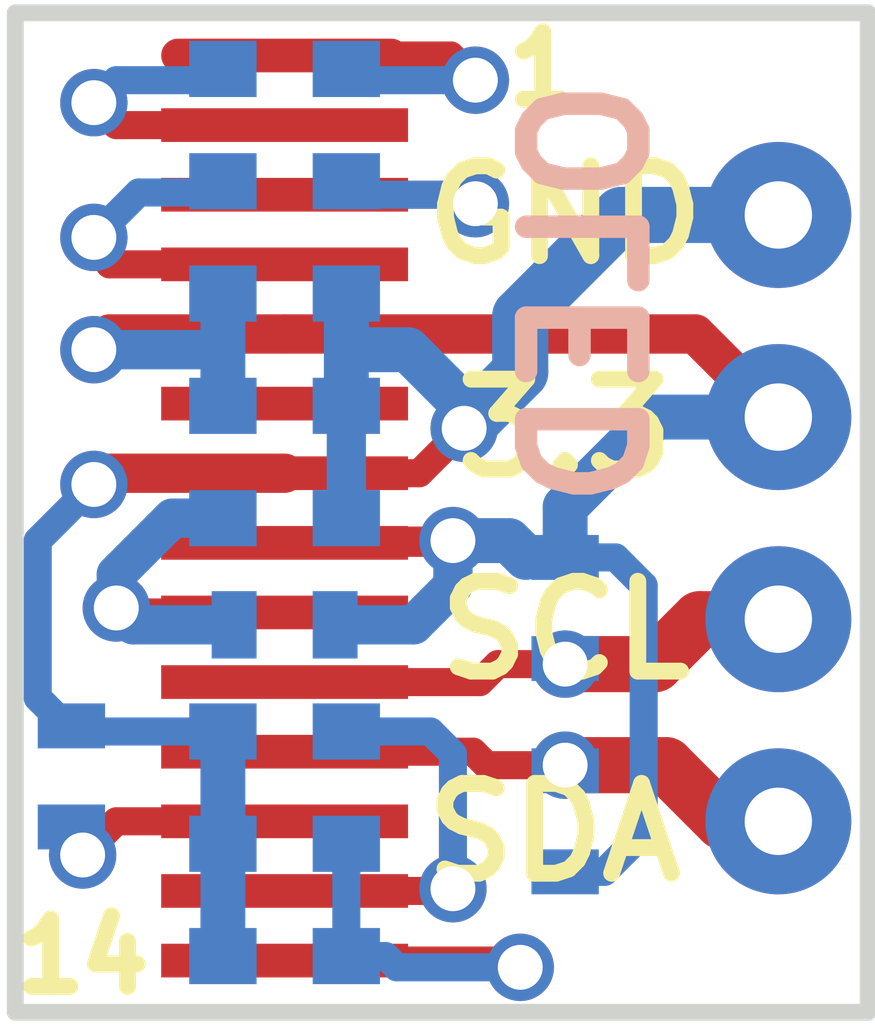
<source format=kicad_pcb>
(kicad_pcb (version 20171130) (host pcbnew "(5.1.9)-1")

  (general
    (thickness 0.8)
    (drawings 11)
    (tracks 113)
    (zones 0)
    (modules 14)
    (nets 14)
  )

  (page A4)
  (layers
    (0 F.Cu signal)
    (31 B.Cu signal)
    (32 B.Adhes user)
    (33 F.Adhes user)
    (34 B.Paste user)
    (35 F.Paste user)
    (36 B.SilkS user)
    (37 F.SilkS user)
    (38 B.Mask user)
    (39 F.Mask user)
    (40 Dwgs.User user)
    (41 Cmts.User user)
    (42 Eco1.User user)
    (43 Eco2.User user)
    (44 Edge.Cuts user)
    (45 Margin user)
    (46 B.CrtYd user)
    (47 F.CrtYd user)
    (48 B.Fab user)
    (49 F.Fab user)
  )

  (setup
    (last_trace_width 0.35)
    (user_trace_width 0.35)
    (user_trace_width 0.4)
    (user_trace_width 0.5)
    (trace_clearance 0.2)
    (zone_clearance 0.508)
    (zone_45_only no)
    (trace_min 0.2)
    (via_size 0.6)
    (via_drill 0.4)
    (via_min_size 0.4)
    (via_min_drill 0.3)
    (uvia_size 0.3)
    (uvia_drill 0.1)
    (uvias_allowed no)
    (uvia_min_size 0.2)
    (uvia_min_drill 0.1)
    (edge_width 0.15)
    (segment_width 0.2)
    (pcb_text_width 0.3)
    (pcb_text_size 1.5 1.5)
    (mod_edge_width 0.15)
    (mod_text_size 1 1)
    (mod_text_width 0.15)
    (pad_size 1.524 1.524)
    (pad_drill 0.762)
    (pad_to_mask_clearance 0.05)
    (aux_axis_origin 0 0)
    (visible_elements 7FFFFF7F)
    (pcbplotparams
      (layerselection 0x00030_80000001)
      (usegerberextensions false)
      (usegerberattributes true)
      (usegerberadvancedattributes true)
      (creategerberjobfile true)
      (excludeedgelayer true)
      (linewidth 0.100000)
      (plotframeref false)
      (viasonmask false)
      (mode 1)
      (useauxorigin false)
      (hpglpennumber 1)
      (hpglpenspeed 20)
      (hpglpendiameter 15.000000)
      (psnegative false)
      (psa4output false)
      (plotreference true)
      (plotvalue true)
      (plotinvisibletext false)
      (padsonsilk false)
      (subtractmaskfromsilk false)
      (outputformat 1)
      (mirror false)
      (drillshape 1)
      (scaleselection 1)
      (outputdirectory ""))
  )

  (net 0 "")
  (net 1 +3V3)
  (net 2 GND)
  (net 3 "Net-(C2-Pad1)")
  (net 4 "Net-(C4-Pad1)")
  (net 5 "Net-(C4-Pad2)")
  (net 6 "Net-(C5-Pad1)")
  (net 7 "Net-(C6-Pad1)")
  (net 8 "Net-(C6-Pad2)")
  (net 9 "Net-(J2-Pad12)")
  (net 10 "Net-(J2-Pad6)")
  (net 11 /RST)
  (net 12 /SDA)
  (net 13 /SCL)

  (net_class Default "This is the default net class."
    (clearance 0.2)
    (trace_width 0.25)
    (via_dia 0.6)
    (via_drill 0.4)
    (uvia_dia 0.3)
    (uvia_drill 0.1)
    (add_net +3V3)
    (add_net /RST)
    (add_net /SCL)
    (add_net /SDA)
    (add_net GND)
    (add_net "Net-(C2-Pad1)")
    (add_net "Net-(C4-Pad1)")
    (add_net "Net-(C4-Pad2)")
    (add_net "Net-(C5-Pad1)")
    (add_net "Net-(C6-Pad1)")
    (add_net "Net-(C6-Pad2)")
    (add_net "Net-(J2-Pad12)")
    (add_net "Net-(J2-Pad6)")
  )

  (module Capacitors_SMD:C_0402_NoSilk (layer B.Cu) (tedit 58AA8408) (tstamp 60F039C9)
    (at 170 104.6)
    (descr "Capacitor SMD 0402, reflow soldering, AVX (see smccp.pdf)")
    (tags "capacitor 0402")
    (path /60F057A7)
    (attr smd)
    (fp_text reference C8 (at 0 1.27) (layer B.SilkS) hide
      (effects (font (size 1 1) (thickness 0.15)) (justify mirror))
    )
    (fp_text value 1uf (at 0 -1.27) (layer B.Fab) hide
      (effects (font (size 1 1) (thickness 0.15)) (justify mirror))
    )
    (fp_line (start 1 -0.4) (end -1 -0.4) (layer B.CrtYd) (width 0.05))
    (fp_line (start 1 -0.4) (end 1 0.4) (layer B.CrtYd) (width 0.05))
    (fp_line (start -1 0.4) (end -1 -0.4) (layer B.CrtYd) (width 0.05))
    (fp_line (start -1 0.4) (end 1 0.4) (layer B.CrtYd) (width 0.05))
    (fp_line (start -0.5 0.25) (end 0.5 0.25) (layer B.Fab) (width 0.1))
    (fp_line (start 0.5 0.25) (end 0.5 -0.25) (layer B.Fab) (width 0.1))
    (fp_line (start 0.5 -0.25) (end -0.5 -0.25) (layer B.Fab) (width 0.1))
    (fp_line (start -0.5 -0.25) (end -0.5 0.25) (layer B.Fab) (width 0.1))
    (fp_text user %R (at 0 1.27) (layer B.Fab) hide
      (effects (font (size 1 1) (thickness 0.15)) (justify mirror))
    )
    (pad 1 smd rect (at -0.55 0) (size 0.6 0.5) (layers B.Cu B.Paste B.Mask)
      (net 11 /RST))
    (pad 2 smd rect (at 0.55 0) (size 0.6 0.5) (layers B.Cu B.Paste B.Mask)
      (net 2 GND))
    (model Capacitors_SMD.3dshapes/C_0402.wrl
      (at (xyz 0 0 0))
      (scale (xyz 1 1 1))
      (rotate (xyz 0 0 0))
    )
  )

  (module OLED_14pin (layer F.Cu) (tedit 59B292EC) (tstamp 59B28417)
    (at 170 104.2 270)
    (path /59B27B6E)
    (fp_text reference J2 (at 0.1 2.9 270) (layer F.SilkS) hide
      (effects (font (size 1 1) (thickness 0.15)))
    )
    (fp_text value OLED (at 0.3 4.6 270) (layer F.Fab) hide
      (effects (font (size 1 1) (thickness 0.15)))
    )
    (pad 14 smd rect (at 4.34 0 270) (size 0.3 2.2) (layers F.Cu F.Paste F.Mask)
      (net 6 "Net-(C5-Pad1)"))
    (pad 13 smd rect (at 3.72 0 270) (size 0.3 2.2) (layers F.Cu F.Paste F.Mask)
      (net 3 "Net-(C2-Pad1)"))
    (pad 12 smd rect (at 3.1 0 270) (size 0.3 2.2) (layers F.Cu F.Paste F.Mask)
      (net 9 "Net-(J2-Pad12)"))
    (pad 11 smd rect (at 2.48 0 270) (size 0.3 2.2) (layers F.Cu F.Paste F.Mask)
      (net 12 /SDA))
    (pad 10 smd rect (at 1.86 0 270) (size 0.3 2.2) (layers F.Cu F.Paste F.Mask)
      (net 13 /SCL))
    (pad 9 smd rect (at 1.24 0 270) (size 0.3 2.2) (layers F.Cu F.Paste F.Mask)
      (net 11 /RST))
    (pad 8 smd rect (at 0.62 0 270) (size 0.3 2.2) (layers F.Cu F.Paste F.Mask)
      (net 1 +3V3))
    (pad 1 smd oval (at -3.72 0 270) (size 0.3 2.2) (layers F.Cu F.Paste F.Mask)
      (net 7 "Net-(C6-Pad1)"))
    (pad 2 smd rect (at -3.1 0 270) (size 0.3 2.2) (layers F.Cu F.Paste F.Mask)
      (net 8 "Net-(C6-Pad2)"))
    (pad 3 smd rect (at -2.48 0 270) (size 0.3 2.2) (layers F.Cu F.Paste F.Mask)
      (net 4 "Net-(C4-Pad1)"))
    (pad 4 smd rect (at -1.86 0 270) (size 0.3 2.2) (layers F.Cu F.Paste F.Mask)
      (net 5 "Net-(C4-Pad2)"))
    (pad 5 smd rect (at -1.24 0 270) (size 0.3 2.2) (layers F.Cu F.Paste F.Mask)
      (net 1 +3V3))
    (pad 6 smd rect (at -0.62 0 270) (size 0.3 2.2) (layers F.Cu F.Paste F.Mask)
      (net 10 "Net-(J2-Pad6)"))
    (pad 7 smd rect (at 0 0 270) (size 0.3 2.2) (layers F.Cu F.Paste F.Mask)
      (net 2 GND))
  )

  (module conn_4pin_TH_1.8mm (layer F.Cu) (tedit 59B28CAB) (tstamp 59B28C52)
    (at 174.4 104.6 270)
    (path /59B288FC)
    (fp_text reference J1 (at 0 -3.175 270) (layer F.SilkS) hide
      (effects (font (size 1 1) (thickness 0.15)))
    )
    (fp_text value INT (at -0.635 3.175 270) (layer F.Fab) hide
      (effects (font (size 1 1) (thickness 0.15)))
    )
    (pad 4 thru_hole circle (at 2.7 0 270) (size 1.3 1.3) (drill 0.6) (layers *.Cu *.Mask)
      (net 12 /SDA))
    (pad 1 thru_hole circle (at -2.7 0 270) (size 1.3 1.3) (drill 0.6) (layers *.Cu *.Mask)
      (net 2 GND))
    (pad 3 thru_hole circle (at 0.9 0 270) (size 1.3 1.3) (drill 0.6) (layers *.Cu *.Mask)
      (net 13 /SCL))
    (pad 2 thru_hole circle (at -0.9 0 270) (size 1.3 1.3) (drill 0.6) (layers *.Cu *.Mask)
      (net 1 +3V3))
  )

  (module Capacitors_SMD:C_0402_NoSilk (layer B.Cu) (tedit 59B283C8) (tstamp 59B283AB)
    (at 170 103.6)
    (descr "Capacitor SMD 0402, reflow soldering, AVX (see smccp.pdf)")
    (tags "capacitor 0402")
    (path /59B27E98)
    (attr smd)
    (fp_text reference C1 (at 0 1.27) (layer B.SilkS) hide
      (effects (font (size 1 1) (thickness 0.15)) (justify mirror))
    )
    (fp_text value 100n (at 0 -1.27) (layer B.Fab) hide
      (effects (font (size 1 1) (thickness 0.15)) (justify mirror))
    )
    (fp_line (start 1 -0.4) (end -1 -0.4) (layer B.CrtYd) (width 0.05))
    (fp_line (start 1 -0.4) (end 1 0.4) (layer B.CrtYd) (width 0.05))
    (fp_line (start -1 0.4) (end -1 -0.4) (layer B.CrtYd) (width 0.05))
    (fp_line (start -1 0.4) (end 1 0.4) (layer B.CrtYd) (width 0.05))
    (fp_line (start -0.5 0.25) (end 0.5 0.25) (layer B.Fab) (width 0.1))
    (fp_line (start 0.5 0.25) (end 0.5 -0.25) (layer B.Fab) (width 0.1))
    (fp_line (start 0.5 -0.25) (end -0.5 -0.25) (layer B.Fab) (width 0.1))
    (fp_line (start -0.5 -0.25) (end -0.5 0.25) (layer B.Fab) (width 0.1))
    (fp_text user %R (at 0 1.27) (layer B.Fab) hide
      (effects (font (size 1 1) (thickness 0.15)) (justify mirror))
    )
    (pad 1 smd rect (at -0.55 0) (size 0.6 0.5) (layers B.Cu B.Paste B.Mask)
      (net 1 +3V3))
    (pad 2 smd rect (at 0.55 0) (size 0.6 0.5) (layers B.Cu B.Paste B.Mask)
      (net 2 GND))
    (model Capacitors_SMD.3dshapes/C_0402.wrl
      (at (xyz 0 0 0))
      (scale (xyz 1 1 1))
      (rotate (xyz 0 0 0))
    )
  )

  (module Capacitors_SMD:C_0402_NoSilk (layer B.Cu) (tedit 59B283C5) (tstamp 59B283BA)
    (at 170 106.5 180)
    (descr "Capacitor SMD 0402, reflow soldering, AVX (see smccp.pdf)")
    (tags "capacitor 0402")
    (path /59B27F69)
    (attr smd)
    (fp_text reference C2 (at 0 1.27 180) (layer B.SilkS) hide
      (effects (font (size 1 1) (thickness 0.15)) (justify mirror))
    )
    (fp_text value 2.2uf (at 0 -1.27 180) (layer B.Fab) hide
      (effects (font (size 1 1) (thickness 0.15)) (justify mirror))
    )
    (fp_line (start 1 -0.4) (end -1 -0.4) (layer B.CrtYd) (width 0.05))
    (fp_line (start 1 -0.4) (end 1 0.4) (layer B.CrtYd) (width 0.05))
    (fp_line (start -1 0.4) (end -1 -0.4) (layer B.CrtYd) (width 0.05))
    (fp_line (start -1 0.4) (end 1 0.4) (layer B.CrtYd) (width 0.05))
    (fp_line (start -0.5 0.25) (end 0.5 0.25) (layer B.Fab) (width 0.1))
    (fp_line (start 0.5 0.25) (end 0.5 -0.25) (layer B.Fab) (width 0.1))
    (fp_line (start 0.5 -0.25) (end -0.5 -0.25) (layer B.Fab) (width 0.1))
    (fp_line (start -0.5 -0.25) (end -0.5 0.25) (layer B.Fab) (width 0.1))
    (fp_text user %R (at 0 1.27 180) (layer B.Fab) hide
      (effects (font (size 1 1) (thickness 0.15)) (justify mirror))
    )
    (pad 1 smd rect (at -0.55 0 180) (size 0.6 0.5) (layers B.Cu B.Paste B.Mask)
      (net 3 "Net-(C2-Pad1)"))
    (pad 2 smd rect (at 0.55 0 180) (size 0.6 0.5) (layers B.Cu B.Paste B.Mask)
      (net 2 GND))
    (model Capacitors_SMD.3dshapes/C_0402.wrl
      (at (xyz 0 0 0))
      (scale (xyz 1 1 1))
      (rotate (xyz 0 0 0))
    )
  )

  (module Capacitors_SMD:C_0402_NoSilk (layer B.Cu) (tedit 59B283C2) (tstamp 59B283C9)
    (at 170 102.6)
    (descr "Capacitor SMD 0402, reflow soldering, AVX (see smccp.pdf)")
    (tags "capacitor 0402")
    (path /59B27E5A)
    (attr smd)
    (fp_text reference C3 (at 0 1.27) (layer B.SilkS) hide
      (effects (font (size 1 1) (thickness 0.15)) (justify mirror))
    )
    (fp_text value 4.7uf (at 0 -1.27) (layer B.Fab) hide
      (effects (font (size 1 1) (thickness 0.15)) (justify mirror))
    )
    (fp_line (start 1 -0.4) (end -1 -0.4) (layer B.CrtYd) (width 0.05))
    (fp_line (start 1 -0.4) (end 1 0.4) (layer B.CrtYd) (width 0.05))
    (fp_line (start -1 0.4) (end -1 -0.4) (layer B.CrtYd) (width 0.05))
    (fp_line (start -1 0.4) (end 1 0.4) (layer B.CrtYd) (width 0.05))
    (fp_line (start -0.5 0.25) (end 0.5 0.25) (layer B.Fab) (width 0.1))
    (fp_line (start 0.5 0.25) (end 0.5 -0.25) (layer B.Fab) (width 0.1))
    (fp_line (start 0.5 -0.25) (end -0.5 -0.25) (layer B.Fab) (width 0.1))
    (fp_line (start -0.5 -0.25) (end -0.5 0.25) (layer B.Fab) (width 0.1))
    (fp_text user %R (at 0 1.27) (layer B.Fab) hide
      (effects (font (size 1 1) (thickness 0.15)) (justify mirror))
    )
    (pad 1 smd rect (at -0.55 0) (size 0.6 0.5) (layers B.Cu B.Paste B.Mask)
      (net 1 +3V3))
    (pad 2 smd rect (at 0.55 0) (size 0.6 0.5) (layers B.Cu B.Paste B.Mask)
      (net 2 GND))
    (model Capacitors_SMD.3dshapes/C_0402.wrl
      (at (xyz 0 0 0))
      (scale (xyz 1 1 1))
      (rotate (xyz 0 0 0))
    )
  )

  (module Capacitors_SMD:C_0402_NoSilk (layer B.Cu) (tedit 59B28339) (tstamp 59B283D8)
    (at 170 101.6 180)
    (descr "Capacitor SMD 0402, reflow soldering, AVX (see smccp.pdf)")
    (tags "capacitor 0402")
    (path /59B27DF9)
    (attr smd)
    (fp_text reference C4 (at 0 1.27 180) (layer B.SilkS) hide
      (effects (font (size 1 1) (thickness 0.15)) (justify mirror))
    )
    (fp_text value 1uf (at 0 -1.27 180) (layer B.Fab) hide
      (effects (font (size 1 1) (thickness 0.15)) (justify mirror))
    )
    (fp_line (start 1 -0.4) (end -1 -0.4) (layer B.CrtYd) (width 0.05))
    (fp_line (start 1 -0.4) (end 1 0.4) (layer B.CrtYd) (width 0.05))
    (fp_line (start -1 0.4) (end -1 -0.4) (layer B.CrtYd) (width 0.05))
    (fp_line (start -1 0.4) (end 1 0.4) (layer B.CrtYd) (width 0.05))
    (fp_line (start -0.5 0.25) (end 0.5 0.25) (layer B.Fab) (width 0.1))
    (fp_line (start 0.5 0.25) (end 0.5 -0.25) (layer B.Fab) (width 0.1))
    (fp_line (start 0.5 -0.25) (end -0.5 -0.25) (layer B.Fab) (width 0.1))
    (fp_line (start -0.5 -0.25) (end -0.5 0.25) (layer B.Fab) (width 0.1))
    (fp_text user %R (at 0 1.27 180) (layer B.Fab) hide
      (effects (font (size 1 1) (thickness 0.15)) (justify mirror))
    )
    (pad 1 smd rect (at -0.55 0 180) (size 0.6 0.5) (layers B.Cu B.Paste B.Mask)
      (net 4 "Net-(C4-Pad1)"))
    (pad 2 smd rect (at 0.55 0 180) (size 0.6 0.5) (layers B.Cu B.Paste B.Mask)
      (net 5 "Net-(C4-Pad2)"))
    (model Capacitors_SMD.3dshapes/C_0402.wrl
      (at (xyz 0 0 0))
      (scale (xyz 1 1 1))
      (rotate (xyz 0 0 0))
    )
  )

  (module Capacitors_SMD:C_0402_NoSilk (layer B.Cu) (tedit 59B2839B) (tstamp 59B283E7)
    (at 170 107.5 180)
    (descr "Capacitor SMD 0402, reflow soldering, AVX (see smccp.pdf)")
    (tags "capacitor 0402")
    (path /59B28031)
    (attr smd)
    (fp_text reference C5 (at 0 1.27 180) (layer B.SilkS) hide
      (effects (font (size 1 1) (thickness 0.15)) (justify mirror))
    )
    (fp_text value 4.7uf (at 0 -1.27 180) (layer B.Fab) hide
      (effects (font (size 1 1) (thickness 0.15)) (justify mirror))
    )
    (fp_line (start 1 -0.4) (end -1 -0.4) (layer B.CrtYd) (width 0.05))
    (fp_line (start 1 -0.4) (end 1 0.4) (layer B.CrtYd) (width 0.05))
    (fp_line (start -1 0.4) (end -1 -0.4) (layer B.CrtYd) (width 0.05))
    (fp_line (start -1 0.4) (end 1 0.4) (layer B.CrtYd) (width 0.05))
    (fp_line (start -0.5 0.25) (end 0.5 0.25) (layer B.Fab) (width 0.1))
    (fp_line (start 0.5 0.25) (end 0.5 -0.25) (layer B.Fab) (width 0.1))
    (fp_line (start 0.5 -0.25) (end -0.5 -0.25) (layer B.Fab) (width 0.1))
    (fp_line (start -0.5 -0.25) (end -0.5 0.25) (layer B.Fab) (width 0.1))
    (fp_text user %R (at 0 1.27 180) (layer B.Fab) hide
      (effects (font (size 1 1) (thickness 0.15)) (justify mirror))
    )
    (pad 1 smd rect (at -0.55 0 180) (size 0.6 0.5) (layers B.Cu B.Paste B.Mask)
      (net 6 "Net-(C5-Pad1)"))
    (pad 2 smd rect (at 0.55 0 180) (size 0.6 0.5) (layers B.Cu B.Paste B.Mask)
      (net 2 GND))
    (model Capacitors_SMD.3dshapes/C_0402.wrl
      (at (xyz 0 0 0))
      (scale (xyz 1 1 1))
      (rotate (xyz 0 0 0))
    )
  )

  (module Capacitors_SMD:C_0402_NoSilk (layer B.Cu) (tedit 59B283BF) (tstamp 59B283F6)
    (at 170 100.6 180)
    (descr "Capacitor SMD 0402, reflow soldering, AVX (see smccp.pdf)")
    (tags "capacitor 0402")
    (path /59B27D86)
    (attr smd)
    (fp_text reference C6 (at 0 1.27 180) (layer B.SilkS) hide
      (effects (font (size 1 1) (thickness 0.15)) (justify mirror))
    )
    (fp_text value 1uf (at 0 -1.27 180) (layer B.Fab) hide
      (effects (font (size 1 1) (thickness 0.15)) (justify mirror))
    )
    (fp_line (start 1 -0.4) (end -1 -0.4) (layer B.CrtYd) (width 0.05))
    (fp_line (start 1 -0.4) (end 1 0.4) (layer B.CrtYd) (width 0.05))
    (fp_line (start -1 0.4) (end -1 -0.4) (layer B.CrtYd) (width 0.05))
    (fp_line (start -1 0.4) (end 1 0.4) (layer B.CrtYd) (width 0.05))
    (fp_line (start -0.5 0.25) (end 0.5 0.25) (layer B.Fab) (width 0.1))
    (fp_line (start 0.5 0.25) (end 0.5 -0.25) (layer B.Fab) (width 0.1))
    (fp_line (start 0.5 -0.25) (end -0.5 -0.25) (layer B.Fab) (width 0.1))
    (fp_line (start -0.5 -0.25) (end -0.5 0.25) (layer B.Fab) (width 0.1))
    (fp_text user %R (at 0 1.27 180) (layer B.Fab) hide
      (effects (font (size 1 1) (thickness 0.15)) (justify mirror))
    )
    (pad 1 smd rect (at -0.55 0 180) (size 0.6 0.5) (layers B.Cu B.Paste B.Mask)
      (net 7 "Net-(C6-Pad1)"))
    (pad 2 smd rect (at 0.55 0 180) (size 0.6 0.5) (layers B.Cu B.Paste B.Mask)
      (net 8 "Net-(C6-Pad2)"))
    (model Capacitors_SMD.3dshapes/C_0402.wrl
      (at (xyz 0 0 0))
      (scale (xyz 1 1 1))
      (rotate (xyz 0 0 0))
    )
  )

  (module Capacitors_SMD:C_0402_NoSilk (layer B.Cu) (tedit 59B283B0) (tstamp 59B28405)
    (at 170 108.5 180)
    (descr "Capacitor SMD 0402, reflow soldering, AVX (see smccp.pdf)")
    (tags "capacitor 0402")
    (path /59B2842B)
    (attr smd)
    (fp_text reference C7 (at 0 1.27 180) (layer B.SilkS) hide
      (effects (font (size 1 1) (thickness 0.15)) (justify mirror))
    )
    (fp_text value 100n (at 0 -1.27 180) (layer B.Fab) hide
      (effects (font (size 1 1) (thickness 0.15)) (justify mirror))
    )
    (fp_line (start 1 -0.4) (end -1 -0.4) (layer B.CrtYd) (width 0.05))
    (fp_line (start 1 -0.4) (end 1 0.4) (layer B.CrtYd) (width 0.05))
    (fp_line (start -1 0.4) (end -1 -0.4) (layer B.CrtYd) (width 0.05))
    (fp_line (start -1 0.4) (end 1 0.4) (layer B.CrtYd) (width 0.05))
    (fp_line (start -0.5 0.25) (end 0.5 0.25) (layer B.Fab) (width 0.1))
    (fp_line (start 0.5 0.25) (end 0.5 -0.25) (layer B.Fab) (width 0.1))
    (fp_line (start 0.5 -0.25) (end -0.5 -0.25) (layer B.Fab) (width 0.1))
    (fp_line (start -0.5 -0.25) (end -0.5 0.25) (layer B.Fab) (width 0.1))
    (fp_text user %R (at 0 1.27 180) (layer B.Fab) hide
      (effects (font (size 1 1) (thickness 0.15)) (justify mirror))
    )
    (pad 1 smd rect (at -0.55 0 180) (size 0.6 0.5) (layers B.Cu B.Paste B.Mask)
      (net 6 "Net-(C5-Pad1)"))
    (pad 2 smd rect (at 0.55 0 180) (size 0.6 0.5) (layers B.Cu B.Paste B.Mask)
      (net 2 GND))
    (model Capacitors_SMD.3dshapes/C_0402.wrl
      (at (xyz 0 0 0))
      (scale (xyz 1 1 1))
      (rotate (xyz 0 0 0))
    )
  )

  (module Resistors_SMD:R_0402_NoSilk (layer B.Cu) (tedit 59B283B6) (tstamp 59B28426)
    (at 172.5 105.4 90)
    (descr "Resistor SMD 0402, reflow soldering, Vishay (see dcrcw.pdf)")
    (tags "resistor 0402")
    (path /59B28986)
    (attr smd)
    (fp_text reference R1 (at 0 1.2 90) (layer B.SilkS) hide
      (effects (font (size 1 1) (thickness 0.15)) (justify mirror))
    )
    (fp_text value 4K7 (at 0 -1.25 90) (layer B.Fab) hide
      (effects (font (size 1 1) (thickness 0.15)) (justify mirror))
    )
    (fp_line (start 0.8 -0.45) (end -0.8 -0.45) (layer B.CrtYd) (width 0.05))
    (fp_line (start 0.8 -0.45) (end 0.8 0.45) (layer B.CrtYd) (width 0.05))
    (fp_line (start -0.8 0.45) (end -0.8 -0.45) (layer B.CrtYd) (width 0.05))
    (fp_line (start -0.8 0.45) (end 0.8 0.45) (layer B.CrtYd) (width 0.05))
    (fp_line (start -0.5 0.25) (end 0.5 0.25) (layer B.Fab) (width 0.1))
    (fp_line (start 0.5 0.25) (end 0.5 -0.25) (layer B.Fab) (width 0.1))
    (fp_line (start 0.5 -0.25) (end -0.5 -0.25) (layer B.Fab) (width 0.1))
    (fp_line (start -0.5 -0.25) (end -0.5 0.25) (layer B.Fab) (width 0.1))
    (fp_text user %R (at 0 1.2 90) (layer B.Fab) hide
      (effects (font (size 1 1) (thickness 0.15)) (justify mirror))
    )
    (pad 1 smd rect (at -0.45 0 90) (size 0.4 0.6) (layers B.Cu B.Paste B.Mask)
      (net 13 /SCL))
    (pad 2 smd rect (at 0.45 0 90) (size 0.4 0.6) (layers B.Cu B.Paste B.Mask)
      (net 1 +3V3))
    (model ${KISYS3DMOD}/Resistors_SMD.3dshapes/R_0402.wrl
      (at (xyz 0 0 0))
      (scale (xyz 1 1 1))
      (rotate (xyz 0 0 0))
    )
  )

  (module Resistors_SMD:R_0402_NoSilk (layer B.Cu) (tedit 59B2838E) (tstamp 59B28435)
    (at 172.5 107.3 270)
    (descr "Resistor SMD 0402, reflow soldering, Vishay (see dcrcw.pdf)")
    (tags "resistor 0402")
    (path /59B289E6)
    (attr smd)
    (fp_text reference R2 (at 0 1.2 270) (layer B.SilkS) hide
      (effects (font (size 1 1) (thickness 0.15)) (justify mirror))
    )
    (fp_text value 4K7 (at 0 -1.25 270) (layer B.Fab) hide
      (effects (font (size 1 1) (thickness 0.15)) (justify mirror))
    )
    (fp_line (start 0.8 -0.45) (end -0.8 -0.45) (layer B.CrtYd) (width 0.05))
    (fp_line (start 0.8 -0.45) (end 0.8 0.45) (layer B.CrtYd) (width 0.05))
    (fp_line (start -0.8 0.45) (end -0.8 -0.45) (layer B.CrtYd) (width 0.05))
    (fp_line (start -0.8 0.45) (end 0.8 0.45) (layer B.CrtYd) (width 0.05))
    (fp_line (start -0.5 0.25) (end 0.5 0.25) (layer B.Fab) (width 0.1))
    (fp_line (start 0.5 0.25) (end 0.5 -0.25) (layer B.Fab) (width 0.1))
    (fp_line (start 0.5 -0.25) (end -0.5 -0.25) (layer B.Fab) (width 0.1))
    (fp_line (start -0.5 -0.25) (end -0.5 0.25) (layer B.Fab) (width 0.1))
    (fp_text user %R (at 0 1.2 270) (layer B.Fab) hide
      (effects (font (size 1 1) (thickness 0.15)) (justify mirror))
    )
    (pad 1 smd rect (at -0.45 0 270) (size 0.4 0.6) (layers B.Cu B.Paste B.Mask)
      (net 12 /SDA))
    (pad 2 smd rect (at 0.45 0 270) (size 0.4 0.6) (layers B.Cu B.Paste B.Mask)
      (net 1 +3V3))
    (model ${KISYS3DMOD}/Resistors_SMD.3dshapes/R_0402.wrl
      (at (xyz 0 0 0))
      (scale (xyz 1 1 1))
      (rotate (xyz 0 0 0))
    )
  )

  (module Resistors_SMD:R_0402_NoSilk (layer B.Cu) (tedit 59B283B9) (tstamp 59B28444)
    (at 168.1 106.9 90)
    (descr "Resistor SMD 0402, reflow soldering, Vishay (see dcrcw.pdf)")
    (tags "resistor 0402")
    (path /59B280C1)
    (attr smd)
    (fp_text reference R3 (at 0 1.2 90) (layer B.SilkS) hide
      (effects (font (size 1 1) (thickness 0.15)) (justify mirror))
    )
    (fp_text value 820K (at 0 -1.25 90) (layer B.Fab) hide
      (effects (font (size 1 1) (thickness 0.15)) (justify mirror))
    )
    (fp_line (start 0.8 -0.45) (end -0.8 -0.45) (layer B.CrtYd) (width 0.05))
    (fp_line (start 0.8 -0.45) (end 0.8 0.45) (layer B.CrtYd) (width 0.05))
    (fp_line (start -0.8 0.45) (end -0.8 -0.45) (layer B.CrtYd) (width 0.05))
    (fp_line (start -0.8 0.45) (end 0.8 0.45) (layer B.CrtYd) (width 0.05))
    (fp_line (start -0.5 0.25) (end 0.5 0.25) (layer B.Fab) (width 0.1))
    (fp_line (start 0.5 0.25) (end 0.5 -0.25) (layer B.Fab) (width 0.1))
    (fp_line (start 0.5 -0.25) (end -0.5 -0.25) (layer B.Fab) (width 0.1))
    (fp_line (start -0.5 -0.25) (end -0.5 0.25) (layer B.Fab) (width 0.1))
    (fp_text user %R (at 0 1.2 90) (layer B.Fab) hide
      (effects (font (size 1 1) (thickness 0.15)) (justify mirror))
    )
    (pad 1 smd rect (at -0.45 0 90) (size 0.4 0.6) (layers B.Cu B.Paste B.Mask)
      (net 9 "Net-(J2-Pad12)"))
    (pad 2 smd rect (at 0.45 0 90) (size 0.4 0.6) (layers B.Cu B.Paste B.Mask)
      (net 2 GND))
    (model ${KISYS3DMOD}/Resistors_SMD.3dshapes/R_0402.wrl
      (at (xyz 0 0 0))
      (scale (xyz 1 1 1))
      (rotate (xyz 0 0 0))
    )
  )

  (module Resistors_SMD:R_0402_NoSilk (layer B.Cu) (tedit 59B283BD) (tstamp 59B28453)
    (at 170 105.55)
    (descr "Resistor SMD 0402, reflow soldering, Vishay (see dcrcw.pdf)")
    (tags "resistor 0402")
    (path /59B28675)
    (attr smd)
    (fp_text reference R4 (at 0 1.2) (layer B.SilkS) hide
      (effects (font (size 1 1) (thickness 0.15)) (justify mirror))
    )
    (fp_text value 4K7 (at 0 -1.25) (layer B.Fab) hide
      (effects (font (size 1 1) (thickness 0.15)) (justify mirror))
    )
    (fp_line (start 0.8 -0.45) (end -0.8 -0.45) (layer B.CrtYd) (width 0.05))
    (fp_line (start 0.8 -0.45) (end 0.8 0.45) (layer B.CrtYd) (width 0.05))
    (fp_line (start -0.8 0.45) (end -0.8 -0.45) (layer B.CrtYd) (width 0.05))
    (fp_line (start -0.8 0.45) (end 0.8 0.45) (layer B.CrtYd) (width 0.05))
    (fp_line (start -0.5 0.25) (end 0.5 0.25) (layer B.Fab) (width 0.1))
    (fp_line (start 0.5 0.25) (end 0.5 -0.25) (layer B.Fab) (width 0.1))
    (fp_line (start 0.5 -0.25) (end -0.5 -0.25) (layer B.Fab) (width 0.1))
    (fp_line (start -0.5 -0.25) (end -0.5 0.25) (layer B.Fab) (width 0.1))
    (fp_text user %R (at 0 1.2) (layer B.Fab) hide
      (effects (font (size 1 1) (thickness 0.15)) (justify mirror))
    )
    (pad 1 smd rect (at -0.45 0) (size 0.4 0.6) (layers B.Cu B.Paste B.Mask)
      (net 11 /RST))
    (pad 2 smd rect (at 0.45 0) (size 0.4 0.6) (layers B.Cu B.Paste B.Mask)
      (net 1 +3V3))
    (model ${KISYS3DMOD}/Resistors_SMD.3dshapes/R_0402.wrl
      (at (xyz 0 0 0))
      (scale (xyz 1 1 1))
      (rotate (xyz 0 0 0))
    )
  )

  (gr_text OLED (at 172.7 102.6 90) (layer B.SilkS)
    (effects (font (size 1 1) (thickness 0.2)) (justify mirror))
  )
  (gr_line (start 167.6 100.1) (end 167.6 109) (angle 90) (layer Edge.Cuts) (width 0.15))
  (gr_line (start 175.2 109) (end 175.2 100.1) (angle 90) (layer Edge.Cuts) (width 0.15))
  (gr_text 14 (at 168.2 108.5) (layer F.SilkS)
    (effects (font (size 0.6 0.6) (thickness 0.15)))
  )
  (gr_text 1 (at 172.3 100.6) (layer F.SilkS)
    (effects (font (size 0.6 0.6) (thickness 0.15)))
  )
  (gr_text SDA (at 172.4 107.4) (layer F.SilkS)
    (effects (font (size 0.8 0.8) (thickness 0.15)))
  )
  (gr_text SCL (at 172.5 105.6) (layer F.SilkS) (tstamp 60F03E28)
    (effects (font (size 0.8 0.8) (thickness 0.15)))
  )
  (gr_text "3.3\n" (at 172.5 103.8) (layer F.SilkS)
    (effects (font (size 0.8 0.8) (thickness 0.15)))
  )
  (gr_text "GND\n" (at 172.5 101.9) (layer F.SilkS)
    (effects (font (size 0.8 0.8) (thickness 0.15)))
  )
  (gr_line (start 167.6 109) (end 175.2 109) (angle 90) (layer Edge.Cuts) (width 0.15))
  (gr_line (start 167.6 100.1) (end 175.2 100.1) (angle 90) (layer Edge.Cuts) (width 0.15))

  (segment (start 172.5 104.5) (end 172.5 104.95) (width 0.4) (layer B.Cu) (net 1) (tstamp 59B28DCB) (status 20))
  (segment (start 172.5 104.95) (end 172.15 104.95) (width 0.25) (layer B.Cu) (net 1))
  (segment (start 172.15 104.95) (end 172 104.8) (width 0.4) (layer B.Cu) (net 1) (tstamp 59B29104))
  (segment (start 172 104.8) (end 171.5 104.8) (width 0.4) (layer B.Cu) (net 1) (tstamp 59B29105))
  (segment (start 171.5 104.8) (end 170.02 104.8) (width 0.25) (layer F.Cu) (net 1))
  (segment (start 170.02 104.8) (end 170 104.82) (width 0.25) (layer F.Cu) (net 1) (tstamp 59B290C1))
  (segment (start 170 102.96) (end 168.44 102.96) (width 0.35) (layer F.Cu) (net 1))
  (segment (start 168.3 103.1) (end 169.45 103.1) (width 0.35) (layer B.Cu) (net 1) (tstamp 59B290B2))
  (via (at 168.3 103.1) (size 0.6) (drill 0.4) (layers F.Cu B.Cu) (net 1))
  (segment (start 168.44 102.96) (end 168.3 103.1) (width 0.35) (layer F.Cu) (net 1) (tstamp 59B290AB))
  (segment (start 174.4 103.7) (end 173.3 103.7) (width 0.4) (layer B.Cu) (net 1))
  (segment (start 173.3 103.7) (end 172.5 104.5) (width 0.4) (layer B.Cu) (net 1) (tstamp 59B28DC8))
  (segment (start 172.5 107.75) (end 172.85 107.75) (width 0.25) (layer B.Cu) (net 1))
  (segment (start 172.85 107.75) (end 173.2 107.4) (width 0.25) (layer B.Cu) (net 1) (tstamp 59B28BEE))
  (segment (start 173.2 107.4) (end 173.2 105.2) (width 0.25) (layer B.Cu) (net 1) (tstamp 59B28BEF))
  (segment (start 173.2 105.2) (end 172.95 104.95) (width 0.25) (layer B.Cu) (net 1) (tstamp 59B28BF0))
  (segment (start 172.95 104.95) (end 172.15 104.95) (width 0.25) (layer B.Cu) (net 1) (tstamp 59B28BF1))
  (segment (start 172 104.8) (end 171.5 104.8) (width 0.25) (layer B.Cu) (net 1) (tstamp 59B28BF3))
  (segment (start 172.15 104.95) (end 172 104.8) (width 0.25) (layer B.Cu) (net 1) (tstamp 59B28BF2))
  (segment (start 170 104.82) (end 171.48 104.82) (width 0.25) (layer F.Cu) (net 1))
  (via (at 171.5 104.8) (size 0.6) (drill 0.4) (layers F.Cu B.Cu) (net 1))
  (segment (start 171.48 104.82) (end 171.5 104.8) (width 0.25) (layer F.Cu) (net 1) (tstamp 59B28AB6))
  (segment (start 169.45 102.7) (end 169.45 103.6) (width 0.4) (layer B.Cu) (net 1))
  (segment (start 173.66 102.96) (end 174.4 103.7) (width 0.35) (layer F.Cu) (net 1))
  (segment (start 170 102.96) (end 173.66 102.96) (width 0.35) (layer F.Cu) (net 1))
  (segment (start 170.45 105.55) (end 171.15 105.55) (width 0.35) (layer B.Cu) (net 1))
  (segment (start 171.5 105.2) (end 171.5 104.8) (width 0.35) (layer B.Cu) (net 1))
  (segment (start 171.15 105.55) (end 171.5 105.2) (width 0.35) (layer B.Cu) (net 1))
  (segment (start 174.4 101.9) (end 173 101.9) (width 0.5) (layer B.Cu) (net 2))
  (segment (start 172.1 103.3) (end 171.6 103.8) (width 0.5) (layer B.Cu) (net 2) (tstamp 59B28DC2))
  (segment (start 172.1 102.8) (end 172.1 103.3) (width 0.5) (layer B.Cu) (net 2) (tstamp 59B28DC1))
  (segment (start 173 101.9) (end 172.1 102.8) (width 0.5) (layer B.Cu) (net 2) (tstamp 59B28DBA))
  (segment (start 168.1 106.45) (end 168.05 106.45) (width 0.25) (layer B.Cu) (net 2))
  (segment (start 168.05 106.45) (end 167.8 106.2) (width 0.25) (layer B.Cu) (net 2) (tstamp 59B28B82))
  (segment (start 167.8 106.2) (end 167.8 104.8) (width 0.25) (layer B.Cu) (net 2) (tstamp 59B28B83))
  (segment (start 167.8 104.8) (end 168.3 104.3) (width 0.25) (layer B.Cu) (net 2) (tstamp 59B28B84))
  (segment (start 170 104.2) (end 171.2 104.2) (width 0.25) (layer F.Cu) (net 2))
  (via (at 171.6 103.8) (size 0.6) (drill 0.4) (layers F.Cu B.Cu) (net 2))
  (segment (start 171.2 104.2) (end 171.6 103.8) (width 0.25) (layer F.Cu) (net 2) (tstamp 59B28AC1))
  (segment (start 169.45 106.5) (end 168.2 106.5) (width 0.25) (layer B.Cu) (net 2))
  (segment (start 168.4 104.2) (end 170 104.2) (width 0.35) (layer F.Cu) (net 2) (tstamp 59B28AAD))
  (segment (start 168.3 104.3) (end 168.4 104.2) (width 0.25) (layer F.Cu) (net 2) (tstamp 59B28AAC))
  (via (at 168.3 104.3) (size 0.6) (drill 0.4) (layers F.Cu B.Cu) (net 2))
  (segment (start 169.45 106.5) (end 169.45 107.5) (width 0.4) (layer B.Cu) (net 2))
  (segment (start 169.45 107.5) (end 169.45 108.5) (width 0.4) (layer B.Cu) (net 2) (tstamp 59B28A97))
  (segment (start 170.55 102.7) (end 170.55 103.7) (width 0.4) (layer B.Cu) (net 2))
  (segment (start 171.1 103.1) (end 170.55 103.1) (width 0.4) (layer B.Cu) (net 2))
  (segment (start 171.6 103.6) (end 171.1 103.1) (width 0.4) (layer B.Cu) (net 2))
  (segment (start 171.6 103.8) (end 171.6 103.6) (width 0.4) (layer B.Cu) (net 2))
  (segment (start 170.55 103.6) (end 170.55 104.6) (width 0.35) (layer B.Cu) (net 2))
  (segment (start 171.3 106.5) (end 171.5 106.7) (width 0.25) (layer B.Cu) (net 3))
  (segment (start 171.4 107.8) (end 171.5 107.9) (width 0.25) (layer B.Cu) (net 3) (tstamp 59B28B23))
  (segment (start 171.3 106.5) (end 170.55 106.5) (width 0.25) (layer B.Cu) (net 3) (tstamp 59B28B18))
  (via (at 171.5 107.9) (size 0.6) (drill 0.4) (layers F.Cu B.Cu) (net 3))
  (segment (start 171.5 106.7) (end 171.5 107.9) (width 0.25) (layer B.Cu) (net 3) (tstamp 59B28BC7))
  (segment (start 171.38 107.92) (end 170 107.92) (width 0.25) (layer F.Cu) (net 3))
  (segment (start 171.62 101.72) (end 170 101.72) (width 0.25) (layer F.Cu) (net 4) (tstamp 59B28B67))
  (segment (start 171.7 101.8) (end 171.62 101.72) (width 0.25) (layer F.Cu) (net 4) (tstamp 59B28B66))
  (via (at 171.7 101.8) (size 0.6) (drill 0.4) (layers F.Cu B.Cu) (net 4))
  (segment (start 171.62 101.72) (end 171.7 101.8) (width 0.25) (layer B.Cu) (net 4))
  (segment (start 170.68 101.72) (end 171.62 101.72) (width 0.25) (layer B.Cu) (net 4))
  (segment (start 170 102.34) (end 168.44 102.34) (width 0.25) (layer F.Cu) (net 5))
  (via (at 168.3 102.1) (size 0.6) (drill 0.4) (layers F.Cu B.Cu) (net 5))
  (segment (start 168.44 102.34) (end 168.3 102.1) (width 0.25) (layer F.Cu) (net 5) (tstamp 59B28B5E))
  (segment (start 168.7 101.7) (end 169.25 101.7) (width 0.25) (layer B.Cu) (net 5))
  (segment (start 169.25 101.7) (end 169.45 101.7) (width 0.25) (layer B.Cu) (net 5))
  (segment (start 168.3 102.1) (end 168.7 101.7) (width 0.25) (layer B.Cu) (net 5))
  (segment (start 170.55 108.5) (end 170.9 108.5) (width 0.25) (layer B.Cu) (net 6))
  (segment (start 172.04 108.54) (end 170 108.54) (width 0.25) (layer F.Cu) (net 6) (tstamp 59B28D78))
  (segment (start 172.1 108.6) (end 172.04 108.54) (width 0.25) (layer F.Cu) (net 6) (tstamp 59B28D77))
  (via (at 172.1 108.6) (size 0.6) (drill 0.4) (layers F.Cu B.Cu) (net 6))
  (segment (start 171 108.6) (end 172.1 108.6) (width 0.25) (layer B.Cu) (net 6) (tstamp 59B28D75))
  (segment (start 170.9 108.5) (end 171 108.6) (width 0.25) (layer B.Cu) (net 6) (tstamp 59B28D74))
  (segment (start 170.55 108.5) (end 170.55 107.5) (width 0.25) (layer B.Cu) (net 6))
  (segment (start 170 100.48) (end 171.48 100.48) (width 0.25) (layer F.Cu) (net 7))
  (segment (start 171.7 100.7) (end 170.55 100.7) (width 0.25) (layer B.Cu) (net 7) (tstamp 59B28B78))
  (via (at 171.7 100.7) (size 0.6) (drill 0.4) (layers F.Cu B.Cu) (net 7))
  (segment (start 171.48 100.48) (end 171.7 100.7) (width 0.25) (layer F.Cu) (net 7) (tstamp 59B28B76))
  (segment (start 169.45 100.7) (end 168.5 100.7) (width 0.25) (layer B.Cu) (net 8))
  (segment (start 168.5 101.1) (end 170 101.1) (width 0.25) (layer F.Cu) (net 8) (tstamp 59B28B6D))
  (segment (start 168.3 100.9) (end 168.5 101.1) (width 0.25) (layer F.Cu) (net 8) (tstamp 59B28B6C))
  (via (at 168.3 100.9) (size 0.6) (drill 0.4) (layers F.Cu B.Cu) (net 8))
  (segment (start 168.5 100.7) (end 168.3 100.9) (width 0.25) (layer B.Cu) (net 8) (tstamp 59B28B6A))
  (segment (start 170 107.3) (end 168.5 107.3) (width 0.25) (layer F.Cu) (net 9))
  (segment (start 168.2 107.6) (end 168.1 107.5) (width 0.25) (layer B.Cu) (net 9) (tstamp 59B28B10))
  (via (at 168.2 107.6) (size 0.6) (drill 0.4) (layers F.Cu B.Cu) (net 9))
  (segment (start 168.5 107.3) (end 168.2 107.6) (width 0.25) (layer F.Cu) (net 9) (tstamp 59B28B0E))
  (segment (start 168.1 107.5) (end 168.1 107.35) (width 0.25) (layer B.Cu) (net 9) (tstamp 59B28B11))
  (segment (start 174.4 107.3) (end 173.9 107.3) (width 0.5) (layer F.Cu) (net 12))
  (segment (start 173.9 107.3) (end 173.4 106.8) (width 0.5) (layer F.Cu) (net 12) (tstamp 59B28DDA))
  (segment (start 173.4 106.8) (end 172.5 106.8) (width 0.5) (layer F.Cu) (net 12) (tstamp 59B28DDC))
  (segment (start 170 106.68) (end 171.68 106.68) (width 0.25) (layer F.Cu) (net 12))
  (segment (start 172.5 106.8) (end 172.5 106.85) (width 0.25) (layer B.Cu) (net 12) (tstamp 59B28BCD))
  (via (at 172.5 106.8) (size 0.6) (drill 0.4) (layers F.Cu B.Cu) (net 12))
  (segment (start 171.8 106.8) (end 172.5 106.8) (width 0.25) (layer F.Cu) (net 12) (tstamp 59B28BCB))
  (segment (start 171.68 106.68) (end 171.8 106.8) (width 0.25) (layer F.Cu) (net 12) (tstamp 59B28BCA))
  (segment (start 174.4 105.5) (end 173.7 105.5) (width 0.5) (layer F.Cu) (net 13))
  (segment (start 173.3 105.9) (end 172.5 105.9) (width 0.5) (layer F.Cu) (net 13) (tstamp 59B28DD7))
  (segment (start 173.7 105.5) (end 173.3 105.9) (width 0.5) (layer F.Cu) (net 13) (tstamp 59B28DD3))
  (segment (start 170 106.06) (end 171.74 106.06) (width 0.25) (layer F.Cu) (net 13))
  (segment (start 172.5 105.9) (end 172.5 105.85) (width 0.25) (layer B.Cu) (net 13) (tstamp 59B28BE9) (status 30))
  (via (at 172.5 105.9) (size 0.6) (drill 0.4) (layers F.Cu B.Cu) (net 13) (status 30))
  (segment (start 171.9 105.9) (end 172.5 105.9) (width 0.25) (layer F.Cu) (net 13) (tstamp 59B28BE4))
  (segment (start 171.74 106.06) (end 171.9 105.9) (width 0.25) (layer F.Cu) (net 13) (tstamp 59B28BE3))
  (segment (start 168.54 105.44) (end 170 105.44) (width 0.25) (layer F.Cu) (net 11) (tstamp 59B28AD0))
  (segment (start 168.5 105.4) (end 168.54 105.44) (width 0.25) (layer F.Cu) (net 11) (tstamp 59B28ACF))
  (via (at 168.5 105.4) (size 0.6) (drill 0.4) (layers F.Cu B.Cu) (net 11))
  (segment (start 168.6 105.5) (end 168.5 105.4) (width 0.25) (layer B.Cu) (net 11) (tstamp 59B28ACC))
  (segment (start 168.65 105.55) (end 168.5 105.4) (width 0.35) (layer B.Cu) (net 11))
  (segment (start 169.55 105.55) (end 168.65 105.55) (width 0.35) (layer B.Cu) (net 11))
  (segment (start 169.45 104.6) (end 169 104.6) (width 0.35) (layer B.Cu) (net 11))
  (segment (start 168.5 105.1) (end 168.5 105.4) (width 0.35) (layer B.Cu) (net 11))
  (segment (start 169 104.6) (end 168.5 105.1) (width 0.35) (layer B.Cu) (net 11))

)

</source>
